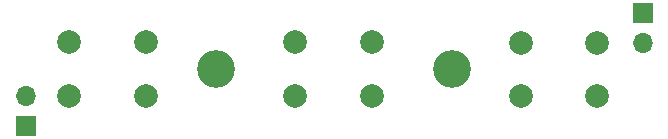
<source format=gbr>
%TF.GenerationSoftware,KiCad,Pcbnew,6.0.2-378541a8eb~116~ubuntu20.04.1*%
%TF.CreationDate,2022-03-08T10:00:38+01:00*%
%TF.ProjectId,contact-sensor,636f6e74-6163-4742-9d73-656e736f722e,0.1.1*%
%TF.SameCoordinates,Original*%
%TF.FileFunction,Soldermask,Top*%
%TF.FilePolarity,Negative*%
%FSLAX46Y46*%
G04 Gerber Fmt 4.6, Leading zero omitted, Abs format (unit mm)*
G04 Created by KiCad (PCBNEW 6.0.2-378541a8eb~116~ubuntu20.04.1) date 2022-03-08 10:00:38*
%MOMM*%
%LPD*%
G01*
G04 APERTURE LIST*
%ADD10R,1.700000X1.700000*%
%ADD11O,1.700000X1.700000*%
%ADD12C,3.200000*%
%ADD13C,2.000000*%
G04 APERTURE END LIST*
D10*
%TO.C,J2*%
X99130000Y-89530000D03*
D11*
X99130000Y-92070000D03*
%TD*%
D12*
%TO.C,REF1*%
X62967800Y-94270000D03*
%TD*%
D10*
%TO.C,J1*%
X46920000Y-99060000D03*
D11*
X46920000Y-96520000D03*
%TD*%
D12*
%TO.C,REF2*%
X82957600Y-94270000D03*
%TD*%
D13*
%TO.C,SW1*%
X50575000Y-96520000D03*
X57075000Y-96520000D03*
X57075000Y-92020000D03*
X50575000Y-92020000D03*
%TD*%
%TO.C,SW2*%
X69700000Y-96520000D03*
X76200000Y-96520000D03*
X76200000Y-92020000D03*
X69700000Y-92020000D03*
%TD*%
%TO.C,SW3*%
X95302000Y-96556000D03*
X88802000Y-96556000D03*
X88802000Y-92056000D03*
X95302000Y-92056000D03*
%TD*%
M02*

</source>
